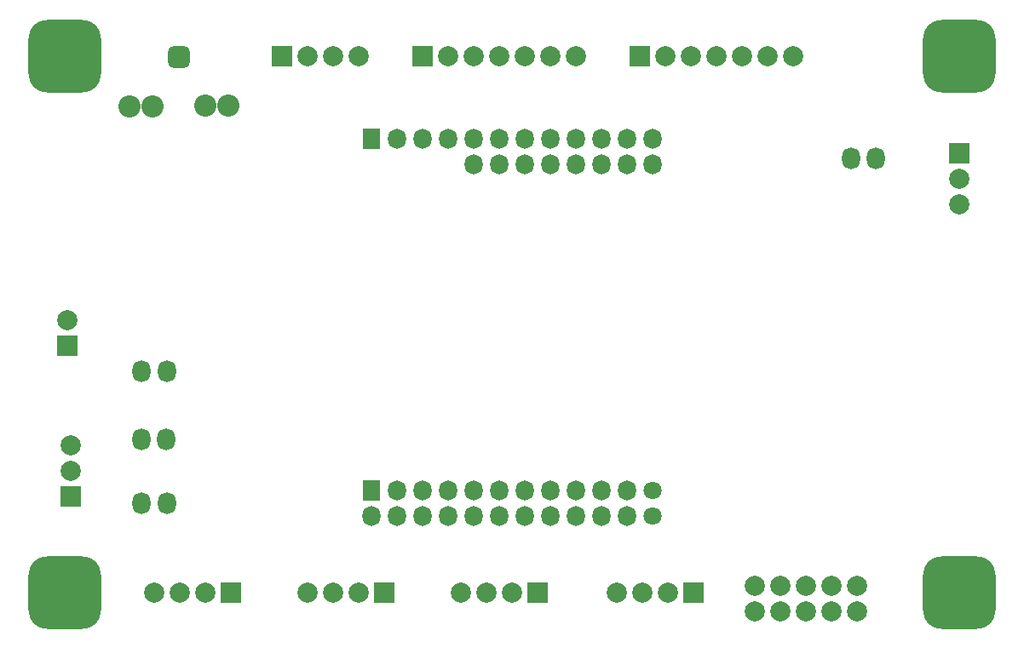
<source format=gts>
G04 Layer_Color=8388736*
%FSLAX44Y44*%
%MOMM*%
G71*
G01*
G75*
%ADD34C,2.0032*%
%ADD35R,2.0032X2.0032*%
%ADD36R,2.0032X2.0032*%
%ADD37C,2.2032*%
G04:AMPARAMS|DCode=38|XSize=2.2032mm|YSize=2.2032mm|CornerRadius=0.6016mm|HoleSize=0mm|Usage=FLASHONLY|Rotation=270.000|XOffset=0mm|YOffset=0mm|HoleType=Round|Shape=RoundedRectangle|*
%AMROUNDEDRECTD38*
21,1,2.2032,1.0000,0,0,270.0*
21,1,1.0000,2.2032,0,0,270.0*
1,1,1.2032,-0.5000,-0.5000*
1,1,1.2032,-0.5000,0.5000*
1,1,1.2032,0.5000,0.5000*
1,1,1.2032,0.5000,-0.5000*
%
%ADD38ROUNDEDRECTD38*%
%ADD39O,1.8032X2.2032*%
G04:AMPARAMS|DCode=40|XSize=7.2032mm|YSize=7.2032mm|CornerRadius=1.8516mm|HoleSize=0mm|Usage=FLASHONLY|Rotation=0.000|XOffset=0mm|YOffset=0mm|HoleType=Round|Shape=RoundedRectangle|*
%AMROUNDEDRECTD40*
21,1,7.2032,3.5000,0,0,0.0*
21,1,3.5000,7.2032,0,0,0.0*
1,1,3.7032,1.7500,-1.7500*
1,1,3.7032,-1.7500,-1.7500*
1,1,3.7032,-1.7500,1.7500*
1,1,3.7032,1.7500,1.7500*
%
%ADD40ROUNDEDRECTD40*%
%ADD41O,1.8032X2.0032*%
%ADD42R,1.8032X2.0032*%
%ADD43C,1.8032*%
D34*
X307340Y575310D02*
D03*
X812800Y838200D02*
D03*
X787400D02*
D03*
X762000D02*
D03*
X685800D02*
D03*
X711200D02*
D03*
X736600D02*
D03*
X1028700D02*
D03*
X1003300D02*
D03*
X977900D02*
D03*
X901700D02*
D03*
X927100D02*
D03*
X952500D02*
D03*
X904240Y304800D02*
D03*
X878840D02*
D03*
X853440D02*
D03*
X444500D02*
D03*
X419100D02*
D03*
X393700D02*
D03*
X596900D02*
D03*
X571500D02*
D03*
X546100D02*
D03*
Y838200D02*
D03*
X571500D02*
D03*
X596900D02*
D03*
X749300Y304800D02*
D03*
X723900D02*
D03*
X698500D02*
D03*
X1193800Y690880D02*
D03*
Y716280D02*
D03*
X311150Y450850D02*
D03*
Y425450D02*
D03*
X1016000Y285750D02*
D03*
X1041400D02*
D03*
X1066800D02*
D03*
X990600D02*
D03*
X1092200D02*
D03*
Y311150D02*
D03*
X1066800D02*
D03*
X1041400D02*
D03*
X1016000D02*
D03*
X990600D02*
D03*
D35*
X307340Y549910D02*
D03*
X1193800Y741680D02*
D03*
X311150Y400050D02*
D03*
D36*
X660400Y838200D02*
D03*
X876300D02*
D03*
X929640Y304800D02*
D03*
X469900D02*
D03*
X622300D02*
D03*
X520700Y838200D02*
D03*
X774700Y304800D02*
D03*
D37*
X392176Y787654D02*
D03*
X369316D02*
D03*
X444246Y788924D02*
D03*
X467106D02*
D03*
D38*
X418084Y837184D02*
D03*
D39*
X406200Y524510D02*
D03*
X381200D02*
D03*
X406200Y393700D02*
D03*
X381200D02*
D03*
X406000Y457200D02*
D03*
X381000D02*
D03*
X1111250Y736600D02*
D03*
X1086250D02*
D03*
D40*
X1193800Y304800D02*
D03*
Y838200D02*
D03*
X304800D02*
D03*
Y304800D02*
D03*
D41*
X787400Y406400D02*
D03*
Y381000D02*
D03*
X635000Y755650D02*
D03*
X660400D02*
D03*
X685800D02*
D03*
X711200D02*
D03*
X736600D02*
D03*
X762000D02*
D03*
X889000D02*
D03*
X863600D02*
D03*
X838200D02*
D03*
X787400D02*
D03*
X812800D02*
D03*
X787400Y730250D02*
D03*
X812800D02*
D03*
X838200D02*
D03*
X863600D02*
D03*
X889000D02*
D03*
X762000D02*
D03*
X736600D02*
D03*
X711200D02*
D03*
X609600Y381000D02*
D03*
X635000D02*
D03*
X660400D02*
D03*
X685800D02*
D03*
X711200D02*
D03*
X736600D02*
D03*
X762000D02*
D03*
X863600D02*
D03*
X838200D02*
D03*
X812800D02*
D03*
Y406400D02*
D03*
X838200D02*
D03*
X863600D02*
D03*
X762000D02*
D03*
X736600D02*
D03*
X711200D02*
D03*
X685800D02*
D03*
X660400D02*
D03*
X635000D02*
D03*
D42*
X609600Y755650D02*
D03*
Y406400D02*
D03*
D43*
X889000Y381000D02*
D03*
Y406400D02*
D03*
M02*

</source>
